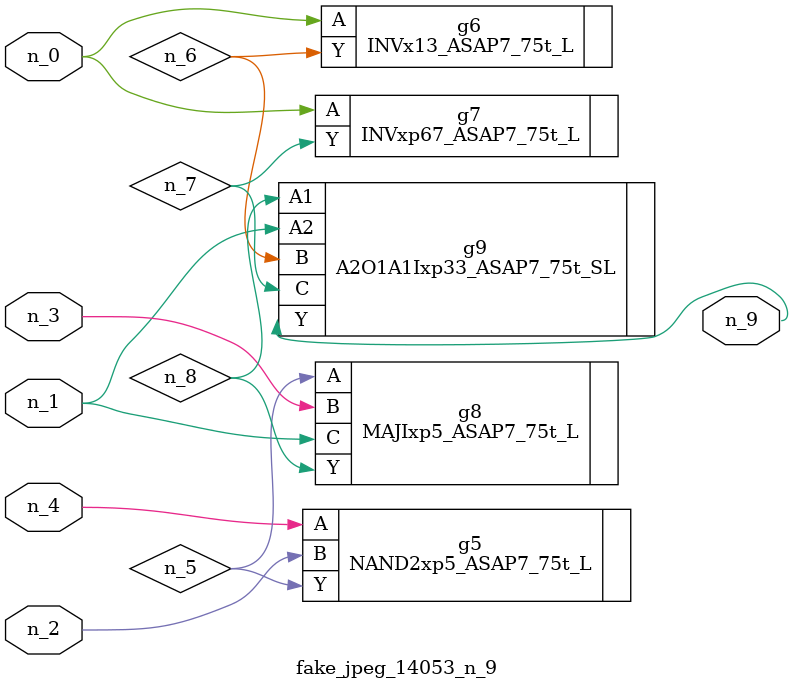
<source format=v>
module fake_jpeg_14053_n_9 (n_3, n_2, n_1, n_0, n_4, n_9);

input n_3;
input n_2;
input n_1;
input n_0;
input n_4;

output n_9;

wire n_8;
wire n_6;
wire n_5;
wire n_7;

NAND2xp5_ASAP7_75t_L g5 ( 
.A(n_4),
.B(n_2),
.Y(n_5)
);

INVx13_ASAP7_75t_L g6 ( 
.A(n_0),
.Y(n_6)
);

INVxp67_ASAP7_75t_L g7 ( 
.A(n_0),
.Y(n_7)
);

MAJIxp5_ASAP7_75t_L g8 ( 
.A(n_5),
.B(n_3),
.C(n_1),
.Y(n_8)
);

A2O1A1Ixp33_ASAP7_75t_SL g9 ( 
.A1(n_8),
.A2(n_1),
.B(n_6),
.C(n_7),
.Y(n_9)
);


endmodule
</source>
